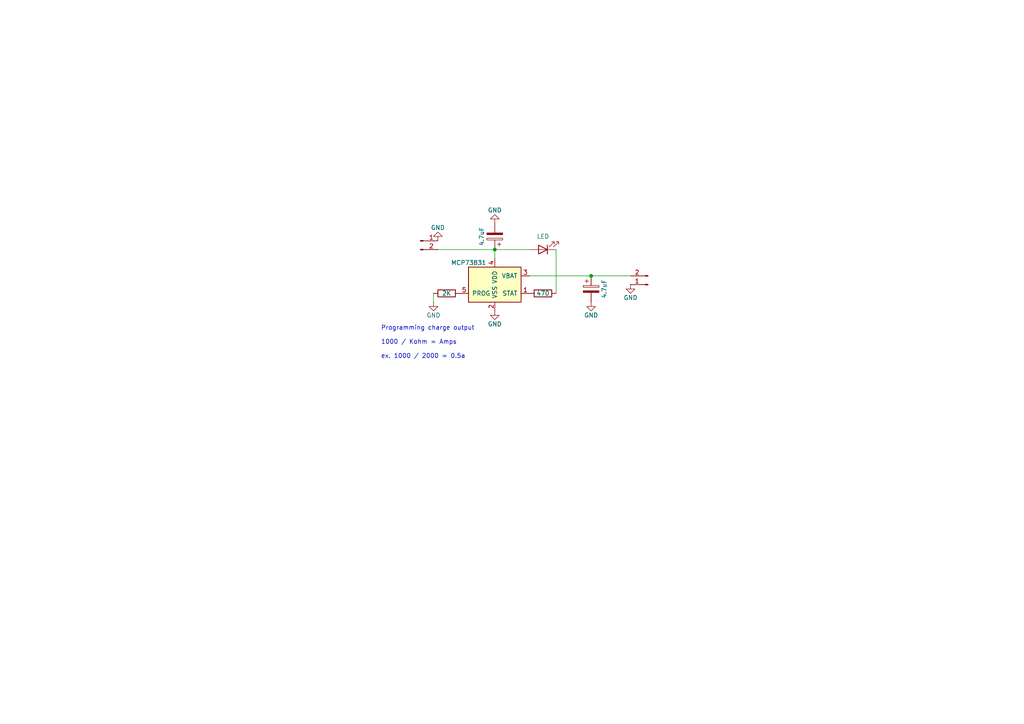
<source format=kicad_sch>
(kicad_sch (version 20211123) (generator eeschema)
  (paper "A4")
  (lib_symbols
    (symbol "Battery_Management:MCP73831-2-OT" (pin_names (offset 1.016))
      (property "Reference" "U" (at -7.62 6.35 0))
      (property "Value" "MCP73831-2-OT" (at 1.27 6.35 0))
      (symbol "MCP73831-2-OT_0_1"
        (rectangle (start -7.62 5.08) (end 7.62 -5.08) (stroke (width 0.254)) (fill (type background)))
      )
      (symbol "MCP73831-2-OT_1_1"
        (pin output line (at 10.16 -2.54 180) (length 2.54) (name "STAT") (number "1"))
        (pin power_in line (at 0 -7.62 90) (length 2.54) (name "VSS") (number "2"))
        (pin power_out line (at 10.16 2.54 180) (length 2.54) (name "VBAT") (number "3"))
        (pin power_in line (at 0 7.62 270) (length 2.54) (name "VDD") (number "4"))
        (pin input line (at -10.16 -2.54 0) (length 2.54) (name "PROG") (number "5"))
      )
    )
    (symbol "Connector:Conn_01x02_Male" (pin_names (offset 1.016) hide)
      (property "Reference" "J" (at 0 2.54 0))
      (property "Value" "Conn_01x02_Male" (at 0 -5.08 0))
      (symbol "Conn_01x02_Male_1_1"
        (polyline (pts (xy 1.27 -2.54) (xy 0.8636 -2.54)) (stroke (width 0.1524)))
        (polyline (pts (xy 1.27 0) (xy 0.8636 0)) (stroke (width 0.1524)))
        (rectangle (start 0.8636 -2.413) (end 0 -2.667) (stroke (width 0.1524)) (fill (type outline)))
        (rectangle (start 0.8636 0.127) (end 0 -0.127) (stroke (width 0.1524)) (fill (type outline)))
        (pin passive line (at 5.08 0 180) (length 3.81) (name "Pin_1") (number "1"))
        (pin passive line (at 5.08 -2.54 180) (length 3.81) (name "Pin_2") (number "2"))
      )
    )
    (symbol "Device:C_Polarized" (pin_numbers hide) (pin_names (offset 0.254))
      (property "Reference" "C" (at 0.635 2.54 0))
      (property "Value" "C_Polarized" (at 0.635 -2.54 0))
      (symbol "C_Polarized_0_1"
        (rectangle (start -2.286 0.508) (end 2.286 1.016))
        (polyline (pts (xy -1.778 2.286) (xy -0.762 2.286)))
        (polyline (pts (xy -1.27 2.794) (xy -1.27 1.778)))
        (rectangle (start 2.286 -0.508) (end -2.286 -1.016) (fill (type outline)))
      )
      (symbol "C_Polarized_1_1"
        (pin passive line (at 0 3.81 270) (length 2.794) (name "~") (number "1"))
        (pin passive line (at 0 -3.81 90) (length 2.794) (name "~") (number "2"))
      )
    )
    (symbol "Device:LED" (pin_numbers hide) (pin_names (offset 1.016) hide)
      (property "Reference" "D" (at 0 2.54 0))
      (property "Value" "LED" (at 0 -2.54 0))
      (symbol "LED_0_1"
        (polyline (pts (xy -1.27 -1.27) (xy -1.27 1.27)) (stroke (width 0.254)))
        (polyline (pts (xy -1.27 0) (xy 1.27 0)))
        (polyline (pts (xy 1.27 -1.27) (xy 1.27 1.27) (xy -1.27 0) (xy 1.27 -1.27)) (stroke (width 0.254)))
        (polyline (pts (xy -3.048 -0.762) (xy -4.572 -2.286) (xy -3.81 -2.286) (xy -4.572 -2.286) (xy -4.572 -1.524)))
        (polyline (pts (xy -1.778 -0.762) (xy -3.302 -2.286) (xy -2.54 -2.286) (xy -3.302 -2.286) (xy -3.302 -1.524)))
      )
      (symbol "LED_1_1"
        (pin passive line (at -3.81 0 0) (length 2.54) (name "K") (number "1"))
        (pin passive line (at 3.81 0 180) (length 2.54) (name "A") (number "2"))
      )
    )
    (symbol "Device:R" (pin_numbers hide) (pin_names (offset 0))
      (property "Reference" "R" (at 2.032 0 90))
      (property "Value" "R" (at 0 0 90))
      (symbol "R_0_1"
        (rectangle (start -1.016 -2.54) (end 1.016 2.54) (stroke (width 0.254)))
      )
      (symbol "R_1_1"
        (pin passive line (at 0 3.81 270) (length 1.27) (name "~") (number "1"))
        (pin passive line (at 0 -3.81 90) (length 1.27) (name "~") (number "2"))
      )
    )
    (symbol "power:GND" (power) (pin_names (offset 0))
      (property "Value" "GND" (at 0 -3.81 0))
      (symbol "GND_0_1"
        (polyline (pts (xy 0 0) (xy 0 -1.27) (xy 1.27 -1.27) (xy 0 -2.54) (xy -1.27 -1.27) (xy 0 -1.27)))
      )
      (symbol "GND_1_1"
        (pin power_in line (at 0 0 270) (length 0) hide (name "GND") (number "1"))
      )
    )
  )
  (junction (at 171.45 80.01))
  (junction (at 143.51 72.39))
  (wire (pts (xy 143.51 72.39) (xy 153.67 72.39)))
  (wire (pts (xy 143.51 72.39) (xy 143.51 74.93)))
  (wire (pts (xy 125.73 85.09) (xy 125.73 87.63)))
  (wire (pts (xy 161.29 85.09) (xy 161.29 72.39)))
  (wire (pts (xy 153.67 80.01) (xy 171.45 80.01)))
  (wire (pts (xy 127 72.39) (xy 143.51 72.39)))
  (wire (pts (xy 171.45 80.01) (xy 182.88 80.01)))
  (text "Programming charge output\n\n1000 / Kohm = Amps\n\nex. 1000 / 2000 = 0.5a" (at 110.49 104.14 0) (effects (font (size 1.27 1.27)) (justify left bottom)))
  (symbol (lib_id "power:GND") (at 171.45 87.63 0) (unit 1)
    (property "Reference" "#PWR05" (effects hide))
    (property "Value" "GND" (at 171.45 91.44 0))
  )
  (symbol (lib_id "power:GND") (at 127 69.85 180) (unit 1)
    (property "Reference" "#PWR02" (effects hide))
    (property "Value" "GND" (at 127 66.04 0))
  )
  (symbol (lib_id "Device:C_Polarized") (at 143.51 68.58 180) (unit 1)
    (property "Reference" "C1" (effects hide))
    (property "Value" "4.7uF" (at 139.7 68.58 90))
    (property "Footprint" "Capacitor_Tantalum_SMD:CP_EIA-3216-18_Kemet-A_Pad1.58x1.35mm_HandSolder" (effects hide))
  )
  (symbol (lib_id "Device:LED") (at 157.48 72.39 180) (unit 1)
    (property "Reference" "D1" (effects hide))
    (property "Value" "LED" (at 157.48 68.58 0))
    (property "Footprint" "LED_SMD:LED_0805_2012Metric_Pad1.15x1.40mm_HandSolder" (effects hide))
  )
  (symbol (lib_id "Connector:Conn_01x02_Male") (at 121.92 69.85 0) (unit 1)
    (property "Reference" "J1" (effects hide))
    (property "Value" "Conn_01x02_Male" (effects hide))
    (property "Footprint" "Connector_PinHeader_2.54mm:PinHeader_1x02_P2.54mm_Vertical" (effects hide))
  )
  (symbol (lib_id "power:GND") (at 143.51 90.17 0) (unit 1)
    (property "Reference" "#PWR04" (effects hide))
    (property "Value" "GND" (at 143.51 93.98 0))
  )
  (symbol (lib_id "power:GND") (at 125.73 87.63 0) (unit 1)
    (property "Reference" "#PWR01" (effects hide))
    (property "Value" "GND" (at 125.73 91.44 0))
  )
  (symbol (lib_id "power:GND") (at 143.51 64.77 180) (unit 1)
    (property "Reference" "#PWR03" (effects hide))
    (property "Value" "GND" (at 143.51 60.96 0))
  )
  (symbol (lib_id "power:GND") (at 182.88 82.55 0) (unit 1)
    (property "Reference" "#PWR06" (effects hide))
    (property "Value" "GND" (at 182.88 86.36 0))
  )
  (symbol (lib_id "Device:C_Polarized") (at 171.45 83.82 0) (unit 1)
    (property "Reference" "C2" (effects hide))
    (property "Value" "4.7uF" (at 175.26 83.82 90))
    (property "Footprint" "Capacitor_Tantalum_SMD:CP_EIA-3216-18_Kemet-A_Pad1.58x1.35mm_HandSolder" (effects hide))
  )
  (symbol (lib_id "Device:R") (at 129.54 85.09 90) (unit 1)
    (property "Reference" "R1" (effects hide))
    (property "Value" "2K" (at 129.54 85.09 90))
    (property "Footprint" "Resistor_SMD:R_0805_2012Metric_Pad1.20x1.40mm_HandSolder" (effects hide))
  )
  (symbol (lib_id "Connector:Conn_01x02_Male") (at 187.96 82.55 180) (unit 1)
    (property "Reference" "J2" (effects hide))
    (property "Value" "Conn_01x02_Male" (effects hide))
    (property "Footprint" "Connector_PinHeader_2.54mm:PinHeader_1x02_P2.54mm_Vertical" (effects hide))
  )
  (symbol (lib_id "Battery_Management:MCP73831-2-OT") (at 143.51 82.55 0) (unit 1)
    (property "Reference" "U1" (effects hide))
    (property "Value" "MCP73831" (at 130.81 76.2 0) (effects (justify left)))
    (property "Footprint" "Package_TO_SOT_SMD:SOT-23-5" (effects hide))
    (property "Datasheet" "http://ww1.microchip.com/downloads/en/DeviceDoc/20001984g.pdf" (effects hide))
  )
  (symbol (lib_id "Device:R") (at 157.48 85.09 90) (unit 1)
    (property "Reference" "R2" (effects hide))
    (property "Value" "470" (at 157.48 85.09 90))
    (property "Footprint" "Resistor_SMD:R_0805_2012Metric_Pad1.20x1.40mm_HandSolder" (effects hide))
  )
)
</source>
